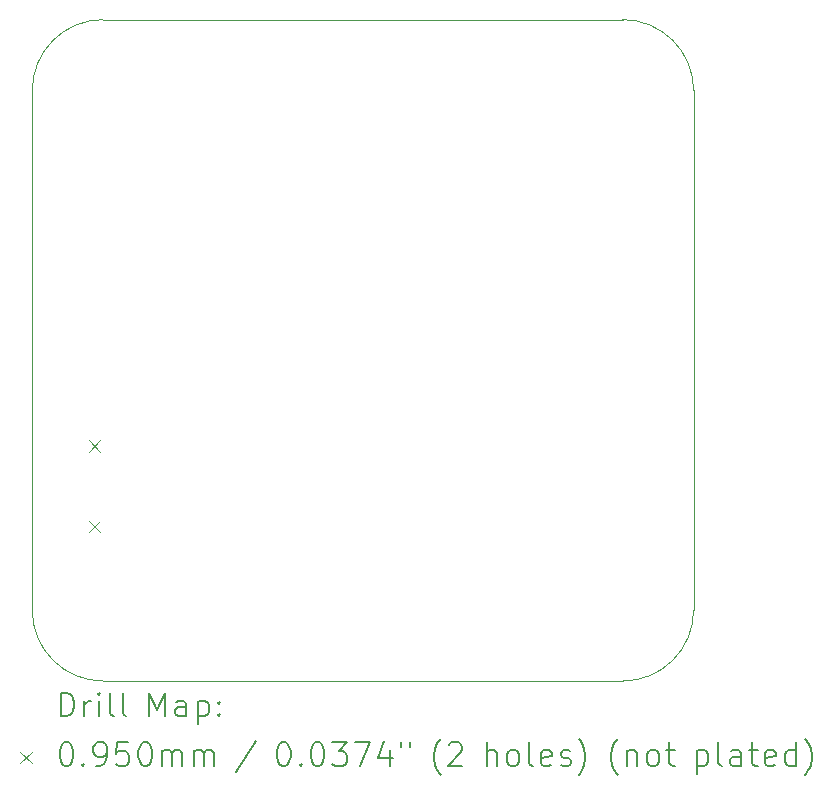
<source format=gbr>
%TF.GenerationSoftware,KiCad,Pcbnew,(7.0.0)*%
%TF.CreationDate,2024-01-17T09:10:30+05:30*%
%TF.ProjectId,Temperature Thing With Thermocouple,54656d70-6572-4617-9475-726520546869,rev?*%
%TF.SameCoordinates,Original*%
%TF.FileFunction,Drillmap*%
%TF.FilePolarity,Positive*%
%FSLAX45Y45*%
G04 Gerber Fmt 4.5, Leading zero omitted, Abs format (unit mm)*
G04 Created by KiCad (PCBNEW (7.0.0)) date 2024-01-17 09:10:30*
%MOMM*%
%LPD*%
G01*
G04 APERTURE LIST*
%ADD10C,0.100000*%
%ADD11C,0.200000*%
%ADD12C,0.095000*%
G04 APERTURE END LIST*
D10*
X11970000Y-7460000D02*
X11970000Y-11860000D01*
X12570000Y-6860000D02*
X16970000Y-6860000D01*
X16970000Y-12460000D02*
G75*
G03*
X17570000Y-11860000I0J600000D01*
G01*
X17570000Y-11860000D02*
X17570000Y-7460000D01*
X12570000Y-12460000D02*
X16970000Y-12460000D01*
X11970000Y-11860000D02*
G75*
G03*
X12570000Y-12460000I600000J0D01*
G01*
X17570000Y-7460000D02*
G75*
G03*
X16970000Y-6860000I-600000J0D01*
G01*
X12570000Y-6860000D02*
G75*
G03*
X11970000Y-7460000I0J-600000D01*
G01*
D11*
D12*
X12453000Y-10422500D02*
X12548000Y-10517500D01*
X12548000Y-10422500D02*
X12453000Y-10517500D01*
X12453000Y-11102500D02*
X12548000Y-11197500D01*
X12548000Y-11102500D02*
X12453000Y-11197500D01*
D11*
X12212619Y-12758476D02*
X12212619Y-12558476D01*
X12212619Y-12558476D02*
X12260238Y-12558476D01*
X12260238Y-12558476D02*
X12288809Y-12568000D01*
X12288809Y-12568000D02*
X12307857Y-12587048D01*
X12307857Y-12587048D02*
X12317381Y-12606095D01*
X12317381Y-12606095D02*
X12326905Y-12644190D01*
X12326905Y-12644190D02*
X12326905Y-12672762D01*
X12326905Y-12672762D02*
X12317381Y-12710857D01*
X12317381Y-12710857D02*
X12307857Y-12729905D01*
X12307857Y-12729905D02*
X12288809Y-12748952D01*
X12288809Y-12748952D02*
X12260238Y-12758476D01*
X12260238Y-12758476D02*
X12212619Y-12758476D01*
X12412619Y-12758476D02*
X12412619Y-12625143D01*
X12412619Y-12663238D02*
X12422143Y-12644190D01*
X12422143Y-12644190D02*
X12431667Y-12634667D01*
X12431667Y-12634667D02*
X12450714Y-12625143D01*
X12450714Y-12625143D02*
X12469762Y-12625143D01*
X12536428Y-12758476D02*
X12536428Y-12625143D01*
X12536428Y-12558476D02*
X12526905Y-12568000D01*
X12526905Y-12568000D02*
X12536428Y-12577524D01*
X12536428Y-12577524D02*
X12545952Y-12568000D01*
X12545952Y-12568000D02*
X12536428Y-12558476D01*
X12536428Y-12558476D02*
X12536428Y-12577524D01*
X12660238Y-12758476D02*
X12641190Y-12748952D01*
X12641190Y-12748952D02*
X12631667Y-12729905D01*
X12631667Y-12729905D02*
X12631667Y-12558476D01*
X12765000Y-12758476D02*
X12745952Y-12748952D01*
X12745952Y-12748952D02*
X12736428Y-12729905D01*
X12736428Y-12729905D02*
X12736428Y-12558476D01*
X12961190Y-12758476D02*
X12961190Y-12558476D01*
X12961190Y-12558476D02*
X13027857Y-12701333D01*
X13027857Y-12701333D02*
X13094524Y-12558476D01*
X13094524Y-12558476D02*
X13094524Y-12758476D01*
X13275476Y-12758476D02*
X13275476Y-12653714D01*
X13275476Y-12653714D02*
X13265952Y-12634667D01*
X13265952Y-12634667D02*
X13246905Y-12625143D01*
X13246905Y-12625143D02*
X13208809Y-12625143D01*
X13208809Y-12625143D02*
X13189762Y-12634667D01*
X13275476Y-12748952D02*
X13256428Y-12758476D01*
X13256428Y-12758476D02*
X13208809Y-12758476D01*
X13208809Y-12758476D02*
X13189762Y-12748952D01*
X13189762Y-12748952D02*
X13180238Y-12729905D01*
X13180238Y-12729905D02*
X13180238Y-12710857D01*
X13180238Y-12710857D02*
X13189762Y-12691809D01*
X13189762Y-12691809D02*
X13208809Y-12682286D01*
X13208809Y-12682286D02*
X13256428Y-12682286D01*
X13256428Y-12682286D02*
X13275476Y-12672762D01*
X13370714Y-12625143D02*
X13370714Y-12825143D01*
X13370714Y-12634667D02*
X13389762Y-12625143D01*
X13389762Y-12625143D02*
X13427857Y-12625143D01*
X13427857Y-12625143D02*
X13446905Y-12634667D01*
X13446905Y-12634667D02*
X13456428Y-12644190D01*
X13456428Y-12644190D02*
X13465952Y-12663238D01*
X13465952Y-12663238D02*
X13465952Y-12720381D01*
X13465952Y-12720381D02*
X13456428Y-12739428D01*
X13456428Y-12739428D02*
X13446905Y-12748952D01*
X13446905Y-12748952D02*
X13427857Y-12758476D01*
X13427857Y-12758476D02*
X13389762Y-12758476D01*
X13389762Y-12758476D02*
X13370714Y-12748952D01*
X13551667Y-12739428D02*
X13561190Y-12748952D01*
X13561190Y-12748952D02*
X13551667Y-12758476D01*
X13551667Y-12758476D02*
X13542143Y-12748952D01*
X13542143Y-12748952D02*
X13551667Y-12739428D01*
X13551667Y-12739428D02*
X13551667Y-12758476D01*
X13551667Y-12634667D02*
X13561190Y-12644190D01*
X13561190Y-12644190D02*
X13551667Y-12653714D01*
X13551667Y-12653714D02*
X13542143Y-12644190D01*
X13542143Y-12644190D02*
X13551667Y-12634667D01*
X13551667Y-12634667D02*
X13551667Y-12653714D01*
D12*
X11870000Y-13057500D02*
X11965000Y-13152500D01*
X11965000Y-13057500D02*
X11870000Y-13152500D01*
D11*
X12250714Y-12978476D02*
X12269762Y-12978476D01*
X12269762Y-12978476D02*
X12288809Y-12988000D01*
X12288809Y-12988000D02*
X12298333Y-12997524D01*
X12298333Y-12997524D02*
X12307857Y-13016571D01*
X12307857Y-13016571D02*
X12317381Y-13054667D01*
X12317381Y-13054667D02*
X12317381Y-13102286D01*
X12317381Y-13102286D02*
X12307857Y-13140381D01*
X12307857Y-13140381D02*
X12298333Y-13159428D01*
X12298333Y-13159428D02*
X12288809Y-13168952D01*
X12288809Y-13168952D02*
X12269762Y-13178476D01*
X12269762Y-13178476D02*
X12250714Y-13178476D01*
X12250714Y-13178476D02*
X12231667Y-13168952D01*
X12231667Y-13168952D02*
X12222143Y-13159428D01*
X12222143Y-13159428D02*
X12212619Y-13140381D01*
X12212619Y-13140381D02*
X12203095Y-13102286D01*
X12203095Y-13102286D02*
X12203095Y-13054667D01*
X12203095Y-13054667D02*
X12212619Y-13016571D01*
X12212619Y-13016571D02*
X12222143Y-12997524D01*
X12222143Y-12997524D02*
X12231667Y-12988000D01*
X12231667Y-12988000D02*
X12250714Y-12978476D01*
X12403095Y-13159428D02*
X12412619Y-13168952D01*
X12412619Y-13168952D02*
X12403095Y-13178476D01*
X12403095Y-13178476D02*
X12393571Y-13168952D01*
X12393571Y-13168952D02*
X12403095Y-13159428D01*
X12403095Y-13159428D02*
X12403095Y-13178476D01*
X12507857Y-13178476D02*
X12545952Y-13178476D01*
X12545952Y-13178476D02*
X12565000Y-13168952D01*
X12565000Y-13168952D02*
X12574524Y-13159428D01*
X12574524Y-13159428D02*
X12593571Y-13130857D01*
X12593571Y-13130857D02*
X12603095Y-13092762D01*
X12603095Y-13092762D02*
X12603095Y-13016571D01*
X12603095Y-13016571D02*
X12593571Y-12997524D01*
X12593571Y-12997524D02*
X12584048Y-12988000D01*
X12584048Y-12988000D02*
X12565000Y-12978476D01*
X12565000Y-12978476D02*
X12526905Y-12978476D01*
X12526905Y-12978476D02*
X12507857Y-12988000D01*
X12507857Y-12988000D02*
X12498333Y-12997524D01*
X12498333Y-12997524D02*
X12488809Y-13016571D01*
X12488809Y-13016571D02*
X12488809Y-13064190D01*
X12488809Y-13064190D02*
X12498333Y-13083238D01*
X12498333Y-13083238D02*
X12507857Y-13092762D01*
X12507857Y-13092762D02*
X12526905Y-13102286D01*
X12526905Y-13102286D02*
X12565000Y-13102286D01*
X12565000Y-13102286D02*
X12584048Y-13092762D01*
X12584048Y-13092762D02*
X12593571Y-13083238D01*
X12593571Y-13083238D02*
X12603095Y-13064190D01*
X12784048Y-12978476D02*
X12688809Y-12978476D01*
X12688809Y-12978476D02*
X12679286Y-13073714D01*
X12679286Y-13073714D02*
X12688809Y-13064190D01*
X12688809Y-13064190D02*
X12707857Y-13054667D01*
X12707857Y-13054667D02*
X12755476Y-13054667D01*
X12755476Y-13054667D02*
X12774524Y-13064190D01*
X12774524Y-13064190D02*
X12784048Y-13073714D01*
X12784048Y-13073714D02*
X12793571Y-13092762D01*
X12793571Y-13092762D02*
X12793571Y-13140381D01*
X12793571Y-13140381D02*
X12784048Y-13159428D01*
X12784048Y-13159428D02*
X12774524Y-13168952D01*
X12774524Y-13168952D02*
X12755476Y-13178476D01*
X12755476Y-13178476D02*
X12707857Y-13178476D01*
X12707857Y-13178476D02*
X12688809Y-13168952D01*
X12688809Y-13168952D02*
X12679286Y-13159428D01*
X12917381Y-12978476D02*
X12936429Y-12978476D01*
X12936429Y-12978476D02*
X12955476Y-12988000D01*
X12955476Y-12988000D02*
X12965000Y-12997524D01*
X12965000Y-12997524D02*
X12974524Y-13016571D01*
X12974524Y-13016571D02*
X12984048Y-13054667D01*
X12984048Y-13054667D02*
X12984048Y-13102286D01*
X12984048Y-13102286D02*
X12974524Y-13140381D01*
X12974524Y-13140381D02*
X12965000Y-13159428D01*
X12965000Y-13159428D02*
X12955476Y-13168952D01*
X12955476Y-13168952D02*
X12936429Y-13178476D01*
X12936429Y-13178476D02*
X12917381Y-13178476D01*
X12917381Y-13178476D02*
X12898333Y-13168952D01*
X12898333Y-13168952D02*
X12888809Y-13159428D01*
X12888809Y-13159428D02*
X12879286Y-13140381D01*
X12879286Y-13140381D02*
X12869762Y-13102286D01*
X12869762Y-13102286D02*
X12869762Y-13054667D01*
X12869762Y-13054667D02*
X12879286Y-13016571D01*
X12879286Y-13016571D02*
X12888809Y-12997524D01*
X12888809Y-12997524D02*
X12898333Y-12988000D01*
X12898333Y-12988000D02*
X12917381Y-12978476D01*
X13069762Y-13178476D02*
X13069762Y-13045143D01*
X13069762Y-13064190D02*
X13079286Y-13054667D01*
X13079286Y-13054667D02*
X13098333Y-13045143D01*
X13098333Y-13045143D02*
X13126905Y-13045143D01*
X13126905Y-13045143D02*
X13145952Y-13054667D01*
X13145952Y-13054667D02*
X13155476Y-13073714D01*
X13155476Y-13073714D02*
X13155476Y-13178476D01*
X13155476Y-13073714D02*
X13165000Y-13054667D01*
X13165000Y-13054667D02*
X13184048Y-13045143D01*
X13184048Y-13045143D02*
X13212619Y-13045143D01*
X13212619Y-13045143D02*
X13231667Y-13054667D01*
X13231667Y-13054667D02*
X13241190Y-13073714D01*
X13241190Y-13073714D02*
X13241190Y-13178476D01*
X13336429Y-13178476D02*
X13336429Y-13045143D01*
X13336429Y-13064190D02*
X13345952Y-13054667D01*
X13345952Y-13054667D02*
X13365000Y-13045143D01*
X13365000Y-13045143D02*
X13393571Y-13045143D01*
X13393571Y-13045143D02*
X13412619Y-13054667D01*
X13412619Y-13054667D02*
X13422143Y-13073714D01*
X13422143Y-13073714D02*
X13422143Y-13178476D01*
X13422143Y-13073714D02*
X13431667Y-13054667D01*
X13431667Y-13054667D02*
X13450714Y-13045143D01*
X13450714Y-13045143D02*
X13479286Y-13045143D01*
X13479286Y-13045143D02*
X13498333Y-13054667D01*
X13498333Y-13054667D02*
X13507857Y-13073714D01*
X13507857Y-13073714D02*
X13507857Y-13178476D01*
X13865952Y-12968952D02*
X13694524Y-13226095D01*
X14090714Y-12978476D02*
X14109762Y-12978476D01*
X14109762Y-12978476D02*
X14128810Y-12988000D01*
X14128810Y-12988000D02*
X14138333Y-12997524D01*
X14138333Y-12997524D02*
X14147857Y-13016571D01*
X14147857Y-13016571D02*
X14157381Y-13054667D01*
X14157381Y-13054667D02*
X14157381Y-13102286D01*
X14157381Y-13102286D02*
X14147857Y-13140381D01*
X14147857Y-13140381D02*
X14138333Y-13159428D01*
X14138333Y-13159428D02*
X14128810Y-13168952D01*
X14128810Y-13168952D02*
X14109762Y-13178476D01*
X14109762Y-13178476D02*
X14090714Y-13178476D01*
X14090714Y-13178476D02*
X14071667Y-13168952D01*
X14071667Y-13168952D02*
X14062143Y-13159428D01*
X14062143Y-13159428D02*
X14052619Y-13140381D01*
X14052619Y-13140381D02*
X14043095Y-13102286D01*
X14043095Y-13102286D02*
X14043095Y-13054667D01*
X14043095Y-13054667D02*
X14052619Y-13016571D01*
X14052619Y-13016571D02*
X14062143Y-12997524D01*
X14062143Y-12997524D02*
X14071667Y-12988000D01*
X14071667Y-12988000D02*
X14090714Y-12978476D01*
X14243095Y-13159428D02*
X14252619Y-13168952D01*
X14252619Y-13168952D02*
X14243095Y-13178476D01*
X14243095Y-13178476D02*
X14233571Y-13168952D01*
X14233571Y-13168952D02*
X14243095Y-13159428D01*
X14243095Y-13159428D02*
X14243095Y-13178476D01*
X14376429Y-12978476D02*
X14395476Y-12978476D01*
X14395476Y-12978476D02*
X14414524Y-12988000D01*
X14414524Y-12988000D02*
X14424048Y-12997524D01*
X14424048Y-12997524D02*
X14433571Y-13016571D01*
X14433571Y-13016571D02*
X14443095Y-13054667D01*
X14443095Y-13054667D02*
X14443095Y-13102286D01*
X14443095Y-13102286D02*
X14433571Y-13140381D01*
X14433571Y-13140381D02*
X14424048Y-13159428D01*
X14424048Y-13159428D02*
X14414524Y-13168952D01*
X14414524Y-13168952D02*
X14395476Y-13178476D01*
X14395476Y-13178476D02*
X14376429Y-13178476D01*
X14376429Y-13178476D02*
X14357381Y-13168952D01*
X14357381Y-13168952D02*
X14347857Y-13159428D01*
X14347857Y-13159428D02*
X14338333Y-13140381D01*
X14338333Y-13140381D02*
X14328810Y-13102286D01*
X14328810Y-13102286D02*
X14328810Y-13054667D01*
X14328810Y-13054667D02*
X14338333Y-13016571D01*
X14338333Y-13016571D02*
X14347857Y-12997524D01*
X14347857Y-12997524D02*
X14357381Y-12988000D01*
X14357381Y-12988000D02*
X14376429Y-12978476D01*
X14509762Y-12978476D02*
X14633571Y-12978476D01*
X14633571Y-12978476D02*
X14566905Y-13054667D01*
X14566905Y-13054667D02*
X14595476Y-13054667D01*
X14595476Y-13054667D02*
X14614524Y-13064190D01*
X14614524Y-13064190D02*
X14624048Y-13073714D01*
X14624048Y-13073714D02*
X14633571Y-13092762D01*
X14633571Y-13092762D02*
X14633571Y-13140381D01*
X14633571Y-13140381D02*
X14624048Y-13159428D01*
X14624048Y-13159428D02*
X14614524Y-13168952D01*
X14614524Y-13168952D02*
X14595476Y-13178476D01*
X14595476Y-13178476D02*
X14538333Y-13178476D01*
X14538333Y-13178476D02*
X14519286Y-13168952D01*
X14519286Y-13168952D02*
X14509762Y-13159428D01*
X14700238Y-12978476D02*
X14833571Y-12978476D01*
X14833571Y-12978476D02*
X14747857Y-13178476D01*
X14995476Y-13045143D02*
X14995476Y-13178476D01*
X14947857Y-12968952D02*
X14900238Y-13111809D01*
X14900238Y-13111809D02*
X15024048Y-13111809D01*
X15090714Y-12978476D02*
X15090714Y-13016571D01*
X15166905Y-12978476D02*
X15166905Y-13016571D01*
X15429762Y-13254667D02*
X15420238Y-13245143D01*
X15420238Y-13245143D02*
X15401191Y-13216571D01*
X15401191Y-13216571D02*
X15391667Y-13197524D01*
X15391667Y-13197524D02*
X15382143Y-13168952D01*
X15382143Y-13168952D02*
X15372619Y-13121333D01*
X15372619Y-13121333D02*
X15372619Y-13083238D01*
X15372619Y-13083238D02*
X15382143Y-13035619D01*
X15382143Y-13035619D02*
X15391667Y-13007048D01*
X15391667Y-13007048D02*
X15401191Y-12988000D01*
X15401191Y-12988000D02*
X15420238Y-12959428D01*
X15420238Y-12959428D02*
X15429762Y-12949905D01*
X15496429Y-12997524D02*
X15505952Y-12988000D01*
X15505952Y-12988000D02*
X15525000Y-12978476D01*
X15525000Y-12978476D02*
X15572619Y-12978476D01*
X15572619Y-12978476D02*
X15591667Y-12988000D01*
X15591667Y-12988000D02*
X15601191Y-12997524D01*
X15601191Y-12997524D02*
X15610714Y-13016571D01*
X15610714Y-13016571D02*
X15610714Y-13035619D01*
X15610714Y-13035619D02*
X15601191Y-13064190D01*
X15601191Y-13064190D02*
X15486905Y-13178476D01*
X15486905Y-13178476D02*
X15610714Y-13178476D01*
X15816429Y-13178476D02*
X15816429Y-12978476D01*
X15902143Y-13178476D02*
X15902143Y-13073714D01*
X15902143Y-13073714D02*
X15892619Y-13054667D01*
X15892619Y-13054667D02*
X15873572Y-13045143D01*
X15873572Y-13045143D02*
X15845000Y-13045143D01*
X15845000Y-13045143D02*
X15825952Y-13054667D01*
X15825952Y-13054667D02*
X15816429Y-13064190D01*
X16025952Y-13178476D02*
X16006905Y-13168952D01*
X16006905Y-13168952D02*
X15997381Y-13159428D01*
X15997381Y-13159428D02*
X15987857Y-13140381D01*
X15987857Y-13140381D02*
X15987857Y-13083238D01*
X15987857Y-13083238D02*
X15997381Y-13064190D01*
X15997381Y-13064190D02*
X16006905Y-13054667D01*
X16006905Y-13054667D02*
X16025952Y-13045143D01*
X16025952Y-13045143D02*
X16054524Y-13045143D01*
X16054524Y-13045143D02*
X16073572Y-13054667D01*
X16073572Y-13054667D02*
X16083095Y-13064190D01*
X16083095Y-13064190D02*
X16092619Y-13083238D01*
X16092619Y-13083238D02*
X16092619Y-13140381D01*
X16092619Y-13140381D02*
X16083095Y-13159428D01*
X16083095Y-13159428D02*
X16073572Y-13168952D01*
X16073572Y-13168952D02*
X16054524Y-13178476D01*
X16054524Y-13178476D02*
X16025952Y-13178476D01*
X16206905Y-13178476D02*
X16187857Y-13168952D01*
X16187857Y-13168952D02*
X16178333Y-13149905D01*
X16178333Y-13149905D02*
X16178333Y-12978476D01*
X16359286Y-13168952D02*
X16340238Y-13178476D01*
X16340238Y-13178476D02*
X16302143Y-13178476D01*
X16302143Y-13178476D02*
X16283095Y-13168952D01*
X16283095Y-13168952D02*
X16273572Y-13149905D01*
X16273572Y-13149905D02*
X16273572Y-13073714D01*
X16273572Y-13073714D02*
X16283095Y-13054667D01*
X16283095Y-13054667D02*
X16302143Y-13045143D01*
X16302143Y-13045143D02*
X16340238Y-13045143D01*
X16340238Y-13045143D02*
X16359286Y-13054667D01*
X16359286Y-13054667D02*
X16368810Y-13073714D01*
X16368810Y-13073714D02*
X16368810Y-13092762D01*
X16368810Y-13092762D02*
X16273572Y-13111809D01*
X16445000Y-13168952D02*
X16464048Y-13178476D01*
X16464048Y-13178476D02*
X16502143Y-13178476D01*
X16502143Y-13178476D02*
X16521191Y-13168952D01*
X16521191Y-13168952D02*
X16530714Y-13149905D01*
X16530714Y-13149905D02*
X16530714Y-13140381D01*
X16530714Y-13140381D02*
X16521191Y-13121333D01*
X16521191Y-13121333D02*
X16502143Y-13111809D01*
X16502143Y-13111809D02*
X16473572Y-13111809D01*
X16473572Y-13111809D02*
X16454524Y-13102286D01*
X16454524Y-13102286D02*
X16445000Y-13083238D01*
X16445000Y-13083238D02*
X16445000Y-13073714D01*
X16445000Y-13073714D02*
X16454524Y-13054667D01*
X16454524Y-13054667D02*
X16473572Y-13045143D01*
X16473572Y-13045143D02*
X16502143Y-13045143D01*
X16502143Y-13045143D02*
X16521191Y-13054667D01*
X16597381Y-13254667D02*
X16606905Y-13245143D01*
X16606905Y-13245143D02*
X16625953Y-13216571D01*
X16625953Y-13216571D02*
X16635476Y-13197524D01*
X16635476Y-13197524D02*
X16645000Y-13168952D01*
X16645000Y-13168952D02*
X16654524Y-13121333D01*
X16654524Y-13121333D02*
X16654524Y-13083238D01*
X16654524Y-13083238D02*
X16645000Y-13035619D01*
X16645000Y-13035619D02*
X16635476Y-13007048D01*
X16635476Y-13007048D02*
X16625953Y-12988000D01*
X16625953Y-12988000D02*
X16606905Y-12959428D01*
X16606905Y-12959428D02*
X16597381Y-12949905D01*
X16926905Y-13254667D02*
X16917381Y-13245143D01*
X16917381Y-13245143D02*
X16898334Y-13216571D01*
X16898334Y-13216571D02*
X16888810Y-13197524D01*
X16888810Y-13197524D02*
X16879286Y-13168952D01*
X16879286Y-13168952D02*
X16869762Y-13121333D01*
X16869762Y-13121333D02*
X16869762Y-13083238D01*
X16869762Y-13083238D02*
X16879286Y-13035619D01*
X16879286Y-13035619D02*
X16888810Y-13007048D01*
X16888810Y-13007048D02*
X16898334Y-12988000D01*
X16898334Y-12988000D02*
X16917381Y-12959428D01*
X16917381Y-12959428D02*
X16926905Y-12949905D01*
X17003095Y-13045143D02*
X17003095Y-13178476D01*
X17003095Y-13064190D02*
X17012619Y-13054667D01*
X17012619Y-13054667D02*
X17031667Y-13045143D01*
X17031667Y-13045143D02*
X17060238Y-13045143D01*
X17060238Y-13045143D02*
X17079286Y-13054667D01*
X17079286Y-13054667D02*
X17088810Y-13073714D01*
X17088810Y-13073714D02*
X17088810Y-13178476D01*
X17212619Y-13178476D02*
X17193572Y-13168952D01*
X17193572Y-13168952D02*
X17184048Y-13159428D01*
X17184048Y-13159428D02*
X17174524Y-13140381D01*
X17174524Y-13140381D02*
X17174524Y-13083238D01*
X17174524Y-13083238D02*
X17184048Y-13064190D01*
X17184048Y-13064190D02*
X17193572Y-13054667D01*
X17193572Y-13054667D02*
X17212619Y-13045143D01*
X17212619Y-13045143D02*
X17241191Y-13045143D01*
X17241191Y-13045143D02*
X17260238Y-13054667D01*
X17260238Y-13054667D02*
X17269762Y-13064190D01*
X17269762Y-13064190D02*
X17279286Y-13083238D01*
X17279286Y-13083238D02*
X17279286Y-13140381D01*
X17279286Y-13140381D02*
X17269762Y-13159428D01*
X17269762Y-13159428D02*
X17260238Y-13168952D01*
X17260238Y-13168952D02*
X17241191Y-13178476D01*
X17241191Y-13178476D02*
X17212619Y-13178476D01*
X17336429Y-13045143D02*
X17412619Y-13045143D01*
X17365000Y-12978476D02*
X17365000Y-13149905D01*
X17365000Y-13149905D02*
X17374524Y-13168952D01*
X17374524Y-13168952D02*
X17393572Y-13178476D01*
X17393572Y-13178476D02*
X17412619Y-13178476D01*
X17599286Y-13045143D02*
X17599286Y-13245143D01*
X17599286Y-13054667D02*
X17618334Y-13045143D01*
X17618334Y-13045143D02*
X17656429Y-13045143D01*
X17656429Y-13045143D02*
X17675476Y-13054667D01*
X17675476Y-13054667D02*
X17685000Y-13064190D01*
X17685000Y-13064190D02*
X17694524Y-13083238D01*
X17694524Y-13083238D02*
X17694524Y-13140381D01*
X17694524Y-13140381D02*
X17685000Y-13159428D01*
X17685000Y-13159428D02*
X17675476Y-13168952D01*
X17675476Y-13168952D02*
X17656429Y-13178476D01*
X17656429Y-13178476D02*
X17618334Y-13178476D01*
X17618334Y-13178476D02*
X17599286Y-13168952D01*
X17808810Y-13178476D02*
X17789762Y-13168952D01*
X17789762Y-13168952D02*
X17780238Y-13149905D01*
X17780238Y-13149905D02*
X17780238Y-12978476D01*
X17970715Y-13178476D02*
X17970715Y-13073714D01*
X17970715Y-13073714D02*
X17961191Y-13054667D01*
X17961191Y-13054667D02*
X17942143Y-13045143D01*
X17942143Y-13045143D02*
X17904048Y-13045143D01*
X17904048Y-13045143D02*
X17885000Y-13054667D01*
X17970715Y-13168952D02*
X17951667Y-13178476D01*
X17951667Y-13178476D02*
X17904048Y-13178476D01*
X17904048Y-13178476D02*
X17885000Y-13168952D01*
X17885000Y-13168952D02*
X17875476Y-13149905D01*
X17875476Y-13149905D02*
X17875476Y-13130857D01*
X17875476Y-13130857D02*
X17885000Y-13111809D01*
X17885000Y-13111809D02*
X17904048Y-13102286D01*
X17904048Y-13102286D02*
X17951667Y-13102286D01*
X17951667Y-13102286D02*
X17970715Y-13092762D01*
X18037381Y-13045143D02*
X18113572Y-13045143D01*
X18065953Y-12978476D02*
X18065953Y-13149905D01*
X18065953Y-13149905D02*
X18075476Y-13168952D01*
X18075476Y-13168952D02*
X18094524Y-13178476D01*
X18094524Y-13178476D02*
X18113572Y-13178476D01*
X18256429Y-13168952D02*
X18237381Y-13178476D01*
X18237381Y-13178476D02*
X18199286Y-13178476D01*
X18199286Y-13178476D02*
X18180238Y-13168952D01*
X18180238Y-13168952D02*
X18170715Y-13149905D01*
X18170715Y-13149905D02*
X18170715Y-13073714D01*
X18170715Y-13073714D02*
X18180238Y-13054667D01*
X18180238Y-13054667D02*
X18199286Y-13045143D01*
X18199286Y-13045143D02*
X18237381Y-13045143D01*
X18237381Y-13045143D02*
X18256429Y-13054667D01*
X18256429Y-13054667D02*
X18265953Y-13073714D01*
X18265953Y-13073714D02*
X18265953Y-13092762D01*
X18265953Y-13092762D02*
X18170715Y-13111809D01*
X18437381Y-13178476D02*
X18437381Y-12978476D01*
X18437381Y-13168952D02*
X18418334Y-13178476D01*
X18418334Y-13178476D02*
X18380238Y-13178476D01*
X18380238Y-13178476D02*
X18361191Y-13168952D01*
X18361191Y-13168952D02*
X18351667Y-13159428D01*
X18351667Y-13159428D02*
X18342143Y-13140381D01*
X18342143Y-13140381D02*
X18342143Y-13083238D01*
X18342143Y-13083238D02*
X18351667Y-13064190D01*
X18351667Y-13064190D02*
X18361191Y-13054667D01*
X18361191Y-13054667D02*
X18380238Y-13045143D01*
X18380238Y-13045143D02*
X18418334Y-13045143D01*
X18418334Y-13045143D02*
X18437381Y-13054667D01*
X18513572Y-13254667D02*
X18523096Y-13245143D01*
X18523096Y-13245143D02*
X18542143Y-13216571D01*
X18542143Y-13216571D02*
X18551667Y-13197524D01*
X18551667Y-13197524D02*
X18561191Y-13168952D01*
X18561191Y-13168952D02*
X18570715Y-13121333D01*
X18570715Y-13121333D02*
X18570715Y-13083238D01*
X18570715Y-13083238D02*
X18561191Y-13035619D01*
X18561191Y-13035619D02*
X18551667Y-13007048D01*
X18551667Y-13007048D02*
X18542143Y-12988000D01*
X18542143Y-12988000D02*
X18523096Y-12959428D01*
X18523096Y-12959428D02*
X18513572Y-12949905D01*
M02*

</source>
